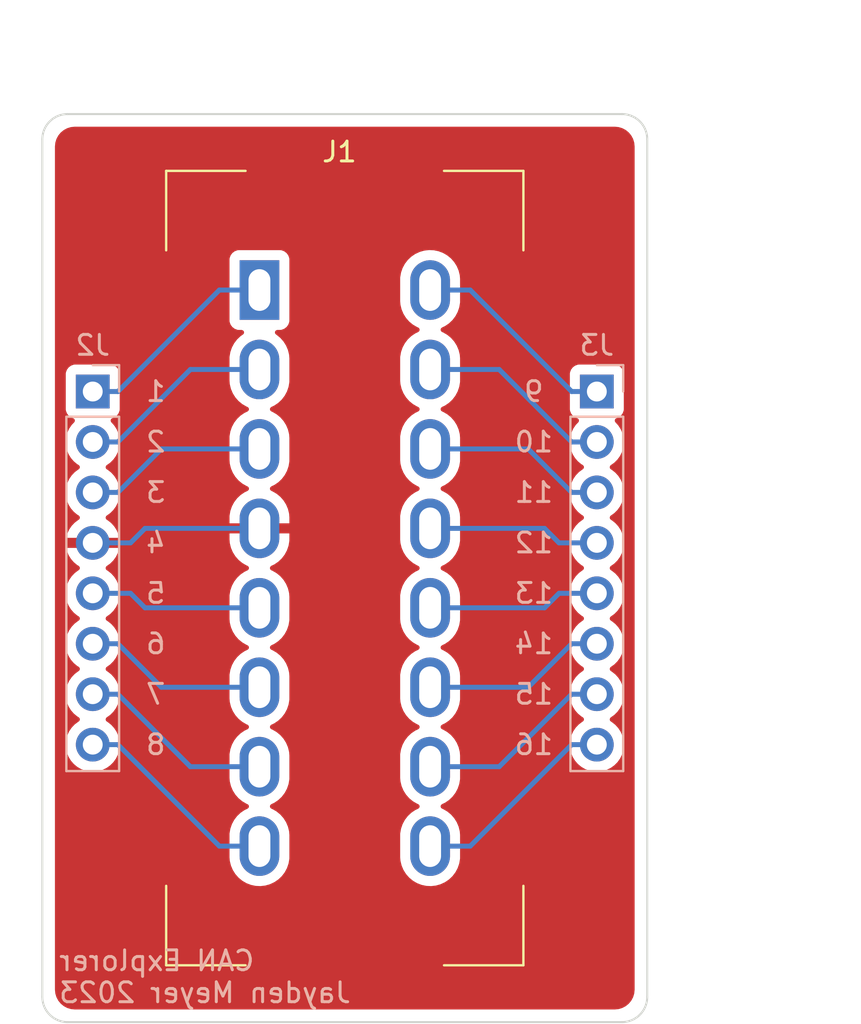
<source format=kicad_pcb>
(kicad_pcb (version 20211014) (generator pcbnew)
  (layers (0 "F.Cu" signal) (31 "B.Cu" signal) (34 "B.Paste" user) (35 "F.Paste" user) (36 "B.SilkS" user "B.Silkscreen") (37 "F.SilkS" user "F.Silkscreen") (38 "B.Mask" user) (39 "F.Mask" user) (44 "Edge.Cuts" user))
  (net 0 "")
  (net 1 "Net-(J1-Pad1)")
  (net 2 "Net-(J1-Pad2)")
  (net 3 "Net-(J1-Pad3)")
  (net 4 "GND")
  (net 5 "Net-(J1-Pad5)")
  (net 6 "Net-(J1-Pad6)")
  (net 7 "Net-(J1-Pad7)")
  (net 8 "Net-(J1-Pad8)")
  (net 9 "Net-(J1-Pad9)")
  (net 10 "Net-(J1-Pad10)")
  (net 11 "Net-(J1-Pad11)")
  (net 12 "Net-(J1-Pad12)")
  (net 13 "Net-(J1-Pad13)")
  (net 14 "Net-(J1-Pad14)")
  (net 15 "Net-(J1-Pad15)")
  (net 16 "Net-(J1-Pad16)")
  (footprint "Library:OBDII_Female" (layer "F.Cu") (at 147.32 81.28)
    (fp_text reference "J1" (at -0.27 -20.955) (layer "F.SilkS"))
    (fp_text value "OBDII_Connector")
    (fp_line (start -5 20) (end -9 20) (layer "F.SilkS") (width 0.12))
    (fp_line (start 9 16) (end 9 20) (layer "F.SilkS") (width 0.12))
    (fp_line (start 9 -20) (end 9 -16) (layer "F.SilkS") (width 0.12))
    (fp_line (start -9 -20) (end -5 -20) (layer "F.SilkS") (width 0.12))
    (fp_line (start 9 20) (end 5 20) (layer "F.SilkS") (width 0.12))
    (fp_line (start 5 -20) (end 9 -20) (layer "F.SilkS") (width 0.12))
    (fp_line (start -9 -16) (end -9 -20) (layer "F.SilkS") (width 0.12))
    (fp_line (start -9 20) (end -9 16) (layer "F.SilkS") (width 0.12))
    (pad "1" thru_hole rect (at -4.3 -14) (size 2 3) (drill oval 1.1 2.1) (layers *.Cu *.Mask) (net 1 "Net-(J1-Pad1)"))
    (pad "2" thru_hole oval (at -4.3 -10) (size 2 3) (drill oval 1.1 2.1) (layers *.Cu *.Mask) (net 2 "Net-(J1-Pad2)"))
    (pad "3" thru_hole oval (at -4.3 -6) (size 2 3) (drill oval 1.1 2.1) (layers *.Cu *.Mask) (net 3 "Net-(J1-Pad3)"))
    (pad "4" thru_hole oval (at -4.3 -2) (size 2 3) (drill oval 1.1 2.1) (layers *.Cu *.Mask) (net 4 "GND"))
    (pad "5" thru_hole oval (at -4.3 2) (size 2 3) (drill oval 1.1 2.1) (layers *.Cu *.Mask) (net 5 "Net-(J1-Pad5)"))
    (pad "6" thru_hole oval (at -4.3 6) (size 2 3) (drill oval 1.1 2.1) (layers *.Cu *.Mask) (net 6 "Net-(J1-Pad6)"))
    (pad "7" thru_hole oval (at -4.3 10) (size 2 3) (drill oval 1.1 2.1) (layers *.Cu *.Mask) (net 7 "Net-(J1-Pad7)"))
    (pad "8" thru_hole oval (at -4.3 14) (size 2 3) (drill oval 1.1 2.1) (layers *.Cu *.Mask) (net 8 "Net-(J1-Pad8)"))
    (pad "9" thru_hole oval (at 4.3 -14) (size 2 3) (drill oval 1.1 2.1) (layers *.Cu *.Mask) (net 9 "Net-(J1-Pad9)"))
    (pad "10" thru_hole oval (at 4.3 -10) (size 2 3) (drill oval 1.1 2.1) (layers *.Cu *.Mask) (net 10 "Net-(J1-Pad10)"))
    (pad "11" thru_hole oval (at 4.3 -6) (size 2 3) (drill oval 1.1 2.1) (layers *.Cu *.Mask) (net 11 "Net-(J1-Pad11)"))
    (pad "12" thru_hole oval (at 4.3 -2) (size 2 3) (drill oval 1.1 2.1) (layers *.Cu *.Mask) (net 12 "Net-(J1-Pad12)"))
    (pad "13" thru_hole oval (at 4.3 2) (size 2 3) (drill oval 1.1 2.1) (layers *.Cu *.Mask) (net 13 "Net-(J1-Pad13)"))
    (pad "14" thru_hole oval (at 4.3 6) (size 2 3) (drill oval 1.1 2.1) (layers *.Cu *.Mask) (net 14 "Net-(J1-Pad14)"))
    (pad "15" thru_hole oval (at 4.3 10) (size 2 3) (drill oval 1.1 2.1) (layers *.Cu *.Mask) (net 15 "Net-(J1-Pad15)"))
    (pad "16" thru_hole oval (at 4.3 14) (size 2 3) (drill oval 1.1 2.1) (layers *.Cu *.Mask) (net 16 "Net-(J1-Pad16)"))
  )
  (footprint "Connector_PinHeader_2.54mm:PinHeader_1x08_P2.54mm_Vertical" (layer "B.Cu") (at 134.62 72.39 180)
    (fp_text reference "J2" (at 0 2.33) (layer "B.SilkS") (effects (justify mirror)))
    (fp_text value "Conn_01x08")
    (fp_line (start -1.33 1.33) (end 0 1.33) (layer "B.SilkS") (width 0.12))
    (fp_line (start 1.33 -1.27) (end 1.33 -19.11) (layer "B.SilkS") (width 0.12))
    (fp_line (start -1.33 0) (end -1.33 1.33) (layer "B.SilkS") (width 0.12))
    (fp_line (start -1.33 -1.27) (end -1.33 -19.11) (layer "B.SilkS") (width 0.12))
    (fp_line (start -1.33 -19.11) (end 1.33 -19.11) (layer "B.SilkS") (width 0.12))
    (fp_line (start -1.33 -1.27) (end 1.33 -1.27) (layer "B.SilkS") (width 0.12))
    (pad "1" thru_hole rect (at 0 0 180) (size 1.7 1.7) (drill 1) (layers *.Cu *.Mask) (net 1 "Net-(J1-Pad1)"))
    (pad "2" thru_hole oval (at 0 -2.54 180) (size 1.7 1.7) (drill 1) (layers *.Cu *.Mask) (net 2 "Net-(J1-Pad2)"))
    (pad "3" thru_hole oval (at 0 -5.08 180) (size 1.7 1.7) (drill 1) (layers *.Cu *.Mask) (net 3 "Net-(J1-Pad3)"))
    (pad "4" thru_hole oval (at 0 -7.62 180) (size 1.7 1.7) (drill 1) (layers *.Cu *.Mask) (net 4 "GND"))
    (pad "5" thru_hole oval (at 0 -10.16 180) (size 1.7 1.7) (drill 1) (layers *.Cu *.Mask) (net 5 "Net-(J1-Pad5)"))
    (pad "6" thru_hole oval (at 0 -12.7 180) (size 1.7 1.7) (drill 1) (layers *.Cu *.Mask) (net 6 "Net-(J1-Pad6)"))
    (pad "7" thru_hole oval (at 0 -15.24 180) (size 1.7 1.7) (drill 1) (layers *.Cu *.Mask) (net 7 "Net-(J1-Pad7)"))
    (pad "8" thru_hole oval (at 0 -17.78 180) (size 1.7 1.7) (drill 1) (layers *.Cu *.Mask) (net 8 "Net-(J1-Pad8)"))
  )
  (footprint "Connector_PinHeader_2.54mm:PinHeader_1x08_P2.54mm_Vertical" (layer "B.Cu") (at 160.02 72.39 180)
    (fp_text reference "J3" (at 0 2.33) (layer "B.SilkS") (effects (justify mirror)))
    (fp_text value "Conn_01x08")
    (fp_line (start 1.33 -1.27) (end 1.33 -19.11) (layer "B.SilkS") (width 0.12))
    (fp_line (start -1.33 -1.27) (end 1.33 -1.27) (layer "B.SilkS") (width 0.12))
    (fp_line (start -1.33 -1.27) (end -1.33 -19.11) (layer "B.SilkS") (width 0.12))
    (fp_line (start -1.33 -19.11) (end 1.33 -19.11) (layer "B.SilkS") (width 0.12))
    (fp_line (start -1.33 0) (end -1.33 1.33) (layer "B.SilkS") (width 0.12))
    (fp_line (start -1.33 1.33) (end 0 1.33) (layer "B.SilkS") (width 0.12))
    (pad "1" thru_hole rect (at 0 0 180) (size 1.7 1.7) (drill 1) (layers *.Cu *.Mask) (net 9 "Net-(J1-Pad9)"))
    (pad "2" thru_hole oval (at 0 -2.54 180) (size 1.7 1.7) (drill 1) (layers *.Cu *.Mask) (net 10 "Net-(J1-Pad10)"))
    (pad "3" thru_hole oval (at 0 -5.08 180) (size 1.7 1.7) (drill 1) (layers *.Cu *.Mask) (net 11 "Net-(J1-Pad11)"))
    (pad "4" thru_hole oval (at 0 -7.62 180) (size 1.7 1.7) (drill 1) (layers *.Cu *.Mask) (net 12 "Net-(J1-Pad12)"))
    (pad "5" thru_hole oval (at 0 -10.16 180) (size 1.7 1.7) (drill 1) (layers *.Cu *.Mask) (net 13 "Net-(J1-Pad13)"))
    (pad "6" thru_hole oval (at 0 -12.7 180) (size 1.7 1.7) (drill 1) (layers *.Cu *.Mask) (net 14 "Net-(J1-Pad14)"))
    (pad "7" thru_hole oval (at 0 -15.24 180) (size 1.7 1.7) (drill 1) (layers *.Cu *.Mask) (net 15 "Net-(J1-Pad15)"))
    (pad "8" thru_hole oval (at 0 -17.78 180) (size 1.7 1.7) (drill 1) (layers *.Cu *.Mask) (net 16 "Net-(J1-Pad16)"))
  )
  (gr_line (start 161.29 58.42) (end 133.35 58.42) (layer "Edge.Cuts") (width 0.1))
  (gr_line (start 133.35 104.14) (end 161.29 104.14) (layer "Edge.Cuts") (width 0.1))
  (gr_line (start 132.08 59.69) (end 132.08 102.87) (layer "Edge.Cuts") (width 0.1))
  (gr_arc (start 132.08 59.69) (mid 132.451974 58.791974) (end 133.35 58.42) (layer "Edge.Cuts") (width 0.1))
  (gr_arc (start 133.35 104.14) (mid 132.451974 103.768026) (end 132.08 102.87) (layer "Edge.Cuts") (width 0.1))
  (gr_arc (start 162.56 102.87) (mid 162.188026 103.768026) (end 161.29 104.14) (layer "Edge.Cuts") (width 0.1))
  (gr_line (start 162.56 102.87) (end 162.56 59.69) (layer "Edge.Cuts") (width 0.1))
  (gr_arc (start 161.29 58.42) (mid 162.188026 58.791974) (end 162.56 59.69) (layer "Edge.Cuts") (width 0.1))
  (gr_text "13" (at 156.845 82.55) (layer "B.SilkS") (effects (font (size 1 1)) (justify mirror)))
  (gr_text "9" (at 156.845 72.39) (layer "B.SilkS") (effects (font (size 1 1)) (justify mirror)))
  (gr_text "8" (at 137.795 90.17) (layer "B.SilkS") (effects (font (size 1 1)) (justify mirror)))
  (gr_text "3" (at 137.795 77.47) (layer "B.SilkS") (effects (font (size 1 1)) (justify mirror)))
  (gr_text "7" (at 137.795 87.63) (layer "B.SilkS") (effects (font (size 1 1)) (justify mirror)))
  (gr_text "1" (at 137.795 72.39) (layer "B.SilkS") (effects (font (size 1 1)) (justify mirror)))
  (gr_text "14" (at 156.845 85.09) (layer "B.SilkS") (effects (font (size 1 1)) (justify mirror)))
  (gr_text "10" (at 156.845 74.93) (layer "B.SilkS") (effects (font (size 1 1)) (justify mirror)))
  (gr_text "2" (at 137.795 74.93) (layer "B.SilkS") (effects (font (size 1 1)) (justify mirror)))
  (gr_text "12" (at 156.845 80.01) (layer "B.SilkS") (effects (font (size 1 1)) (justify mirror)))
  (gr_text "6" (at 137.795 85.09) (layer "B.SilkS") (effects (font (size 1 1)) (justify mirror)))
  (gr_text "16" (at 156.845 90.17) (layer "B.SilkS") (effects (font (size 1 1)) (justify mirror)))
  (gr_text "CAN Explorer\nJayden Meyer 2023" (at 132.842 101.854) (layer "B.SilkS") (effects (font (size 1 1)) (justify right mirror)))
  (gr_text "4" (at 137.795 80.01) (layer "B.SilkS") (effects (font (size 1 1)) (justify mirror)))
  (gr_text "11" (at 156.845 77.47) (layer "B.SilkS") (effects (font (size 1 1)) (justify mirror)))
  (gr_text "15" (at 156.845 87.63) (layer "B.SilkS") (effects (font (size 1 1)) (justify mirror)))
  (gr_text "5" (at 137.795 82.55) (layer "B.SilkS") (effects (font (size 1 1)) (justify mirror)))
  (segment (start 134.62 72.39) (end 135.89 72.39) (width 0.25) (layer "B.Cu") (net 1))
  (segment (start 141 67.28) (end 143.02 67.28) (width 0.25) (layer "B.Cu") (net 1))
  (segment (start 135.89 72.39) (end 141 67.28) (width 0.25) (layer "B.Cu") (net 1))
  (segment (start 135.89 74.93) (end 139.54 71.28) (width 0.25) (layer "B.Cu") (net 2))
  (segment (start 134.62 74.93) (end 135.89 74.93) (width 0.25) (layer "B.Cu") (net 2))
  (segment (start 139.54 71.28) (end 143.02 71.28) (width 0.25) (layer "B.Cu") (net 2))
  (segment (start 135.89 77.47) (end 138.08 75.28) (width 0.25) (layer "B.Cu") (net 3))
  (segment (start 134.62 77.47) (end 135.89 77.47) (width 0.25) (layer "B.Cu") (net 3))
  (segment (start 138.08 75.28) (end 143.02 75.28) (width 0.25) (layer "B.Cu") (net 3))
  (segment (start 136.525 80.01) (end 137.255 79.28) (width 0.25) (layer "B.Cu") (net 4))
  (segment (start 134.62 80.01) (end 136.525 80.01) (width 0.25) (layer "B.Cu") (net 4))
  (segment (start 137.255 79.28) (end 143.02 79.28) (width 0.25) (layer "B.Cu") (net 4))
  (segment (start 134.62 82.55) (end 136.525 82.55) (width 0.25) (layer "B.Cu") (net 5))
  (segment (start 136.525 82.55) (end 137.255 83.28) (width 0.25) (layer "B.Cu") (net 5))
  (segment (start 137.255 83.28) (end 143.02 83.28) (width 0.25) (layer "B.Cu") (net 5))
  (segment (start 135.89 85.09) (end 138.08 87.28) (width 0.25) (layer "B.Cu") (net 6))
  (segment (start 134.62 85.09) (end 135.89 85.09) (width 0.25) (layer "B.Cu") (net 6))
  (segment (start 138.08 87.28) (end 143.02 87.28) (width 0.25) (layer "B.Cu") (net 6))
  (segment (start 139.54 91.28) (end 143.02 91.28) (width 0.25) (layer "B.Cu") (net 7))
  (segment (start 134.62 87.63) (end 135.89 87.63) (width 0.25) (layer "B.Cu") (net 7))
  (segment (start 135.89 87.63) (end 139.54 91.28) (width 0.25) (layer "B.Cu") (net 7))
  (segment (start 135.89 90.17) (end 141 95.28) (width 0.25) (layer "B.Cu") (net 8))
  (segment (start 141 95.28) (end 143.02 95.28) (width 0.25) (layer "B.Cu") (net 8))
  (segment (start 134.62 90.17) (end 135.89 90.17) (width 0.25) (layer "B.Cu") (net 8))
  (segment (start 153.64 67.28) (end 151.62 67.28) (width 0.25) (layer "B.Cu") (net 9))
  (segment (start 158.75 72.39) (end 153.64 67.28) (width 0.25) (layer "B.Cu") (net 9))
  (segment (start 160.02 72.39) (end 158.75 72.39) (width 0.25) (layer "B.Cu") (net 9))
  (segment (start 160.02 74.93) (end 158.75 74.93) (width 0.25) (layer "B.Cu") (net 10))
  (segment (start 158.75 74.93) (end 155.1 71.28) (width 0.25) (layer "B.Cu") (net 10))
  (segment (start 155.1 71.28) (end 151.62 71.28) (width 0.25) (layer "B.Cu") (net 10))
  (segment (start 158.75 77.47) (end 156.56 75.28) (width 0.25) (layer "B.Cu") (net 11))
  (segment (start 156.56 75.28) (end 151.62 75.28) (width 0.25) (layer "B.Cu") (net 11))
  (segment (start 160.02 77.47) (end 158.75 77.47) (width 0.25) (layer "B.Cu") (net 11))
  (segment (start 160.02 80.01) (end 158.115 80.01) (width 0.25) (layer "B.Cu") (net 12))
  (segment (start 158.115 80.01) (end 157.385 79.28) (width 0.25) (layer "B.Cu") (net 12))
  (segment (start 157.385 79.28) (end 151.62 79.28) (width 0.25) (layer "B.Cu") (net 12))
  (segment (start 158.115 82.55) (end 157.385 83.28) (width 0.25) (layer "B.Cu") (net 13))
  (segment (start 160.02 82.55) (end 158.115 82.55) (width 0.25) (layer "B.Cu") (net 13))
  (segment (start 157.385 83.28) (end 151.62 83.28) (width 0.25) (layer "B.Cu") (net 13))
  (segment (start 158.75 85.09) (end 156.56 87.28) (width 0.25) (layer "B.Cu") (net 14))
  (segment (start 160.02 85.09) (end 158.75 85.09) (width 0.25) (layer "B.Cu") (net 14))
  (segment (start 156.56 87.28) (end 151.62 87.28) (width 0.25) (layer "B.Cu") (net 14))
  (segment (start 158.75 87.63) (end 155.1 91.28) (width 0.25) (layer "B.Cu") (net 15))
  (segment (start 160.02 87.63) (end 158.75 87.63) (width 0.25) (layer "B.Cu") (net 15))
  (segment (start 155.1 91.28) (end 151.62 91.28) (width 0.25) (layer "B.Cu") (net 15))
  (segment (start 160.02 90.17) (end 158.75 90.17) (width 0.25) (layer "B.Cu") (net 16))
  (segment (start 158.75 90.17) (end 153.64 95.28) (width 0.25) (layer "B.Cu") (net 16))
  (segment (start 153.64 95.28) (end 151.62 95.28) (width 0.25) (layer "B.Cu") (net 16))
  (zone (net 4) (net_name "GND") (layer "F.Cu") (connect_pads (clearance 0.508)) (min_thickness 0.254) (fill yes (thermal_gap 0.508) (thermal_bridge_width 0.508) (smoothing fillet) (radius 1))
    (polygon (pts (xy 161.925 103.505) (xy 132.715 103.505) (xy 132.715 59.055) (xy 161.925 59.055)))
  )
)
</source>
